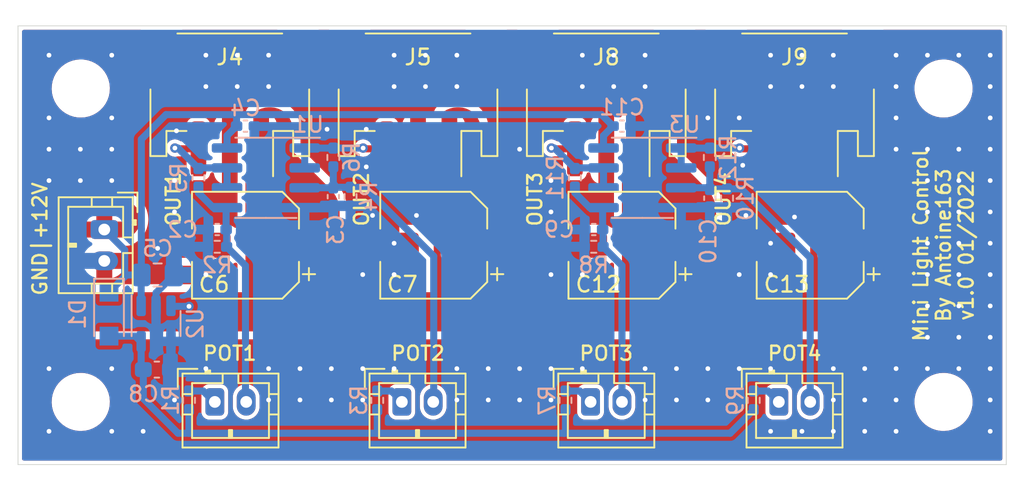
<source format=kicad_pcb>
(kicad_pcb (version 20211014) (generator pcbnew)
  (title_block (title "Mini Light Control") (date "2022-01-04") (rev "v1.0") (company "Antoine163"))
  (layers (0 "F.Cu" signal) (31 "B.Cu" signal) (34 "B.Paste" user) (35 "F.Paste" user) (36 "B.SilkS" user "B.Silkscreen") (37 "F.SilkS" user "F.Silkscreen") (38 "B.Mask" user) (39 "F.Mask" user) (44 "Edge.Cuts" user))
  (net 0 "")
  (net 1 "GND")
  (net 2 "Net-(C2-Pad1)")
  (net 3 "Net-(C3-Pad1)")
  (net 4 "Net-(C9-Pad1)")
  (net 5 "Net-(C10-Pad1)")
  (net 6 "+12V")
  (net 7 "Net-(R1-Pad1)")
  (net 8 "Net-(R3-Pad1)")
  (net 9 "Net-(J4-Pad3)")
  (net 10 "Net-(J5-Pad3)")
  (net 11 "Net-(R7-Pad1)")
  (net 12 "Net-(R9-Pad1)")
  (net 13 "Net-(J8-Pad3)")
  (net 14 "Net-(J9-Pad3)")
  (net 15 "+5V")
  (footprint "Capacitor_SMD:CP_Elec_6.3x7.7" (layer "F.Cu") (at 139 49 180)
    (fp_text reference "C12" (at 1.5 -2.5) (layer "F.SilkS"))
    (fp_text value "100uF")
    (pad "1" smd roundrect locked (at -2.7 0 180) (size 3.5 1.6) (layers "F.Cu" "F.Paste" "F.Mask") (roundrect_rratio 0.15625) (net 6 "+12V"))
    (pad "2" smd roundrect locked (at 2.7 0 180) (size 3.5 1.6) (layers "F.Cu" "F.Paste" "F.Mask") (roundrect_rratio 0.15625) (net 1 "GND"))
  )
  (footprint "Capacitor_SMD:CP_Elec_6.3x7.7" (layer "F.Cu") (at 151 49 180)
    (fp_text reference "C13" (at 1.5 -2.5) (layer "F.SilkS"))
    (fp_text value "100uF")
    (pad "1" smd roundrect locked (at -2.7 0 180) (size 3.5 1.6) (layers "F.Cu" "F.Paste" "F.Mask") (roundrect_rratio 0.15625) (net 6 "+12V"))
    (pad "2" smd roundrect locked (at 2.7 0 180) (size 3.5 1.6) (layers "F.Cu" "F.Paste" "F.Mask") (roundrect_rratio 0.15625) (net 1 "GND"))
  )
  (footprint "Connector_JST:JST_PH_B2B-PH-K_1x02_P2.00mm_Vertical" (layer "F.Cu") (at 149 59)
    (fp_text reference "J7" hide)
    (fp_text value "Conn_01x02")
    (pad "1" thru_hole roundrect locked (at 0 0) (size 1.2 1.75) (drill 0.75) (layers *.Cu *.Mask) (roundrect_rratio 0.2083333333) (net 12 "Net-(R9-Pad1)"))
    (pad "2" thru_hole oval locked (at 2 0) (size 1.2 1.75) (drill 0.75) (layers *.Cu *.Mask) (net 5 "Net-(C10-Pad1)"))
  )
  (footprint "MountingHole:MountingHole_3.2mm_M3" (layer "F.Cu") (at 159.5 59)
    (fp_text reference "H1" hide)
    (fp_text value "MountingHole")
    (pad "" np_thru_hole circle locked (at 0 0) (size 3.2 3.2) (drill 3.2) (layers *.Cu *.Mask))
  )
  (footprint "MountingHole:MountingHole_3.2mm_M3" (layer "F.Cu") (at 159.5 39)
    (fp_text reference "H4" hide)
    (fp_text value "MountingHole")
    (pad "" np_thru_hole circle locked (at 0 0) (size 3.2 3.2) (drill 3.2) (layers *.Cu *.Mask))
  )
  (footprint "Connector_JST:JST_PH_B2B-PH-K_1x02_P2.00mm_Vertical" (layer "F.Cu") (at 124.968 59)
    (fp_text reference "J3" hide)
    (fp_text value "Conn_01x02")
    (pad "1" thru_hole roundrect locked (at 0 0) (size 1.2 1.75) (drill 0.75) (layers *.Cu *.Mask) (roundrect_rratio 0.2083333333) (net 8 "Net-(R3-Pad1)"))
    (pad "2" thru_hole oval locked (at 2 0) (size 1.2 1.75) (drill 0.75) (layers *.Cu *.Mask) (net 3 "Net-(C3-Pad1)"))
  )
  (footprint "Capacitor_SMD:CP_Elec_6.3x7.7" (layer "F.Cu") (at 127 49 180)
    (fp_text reference "C7" (at 2 -2.5) (layer "F.SilkS"))
    (fp_text value "100uF")
    (pad "1" smd roundrect locked (at -2.7 0 180) (size 3.5 1.6) (layers "F.Cu" "F.Paste" "F.Mask") (roundrect_rratio 0.15625) (net 6 "+12V"))
    (pad "2" smd roundrect locked (at 2.7 0 180) (size 3.5 1.6) (layers "F.Cu" "F.Paste" "F.Mask") (roundrect_rratio 0.15625) (net 1 "GND"))
  )
  (footprint "MountingHole:MountingHole_3.2mm_M3" (layer "F.Cu") (at 104.5 39)
    (fp_text reference "H3" hide)
    (fp_text value "MountingHole")
    (pad "" np_thru_hole circle locked (at 0 0) (size 3.2 3.2) (drill 3.2) (layers *.Cu *.Mask))
  )
  (footprint "Connector_JST:JST_PH_S3B-PH-SM4-TB_1x03-1MP_P2.00mm_Horizontal" (layer "F.Cu") (at 114 40 180)
    (fp_text reference "J4" (at 0 3) (layer "F.SilkS"))
    (fp_text value "Conn_01x03")
    (pad "1" smd roundrect locked (at -2 -2.85 180) (size 1 3.5) (layers "F.Cu" "F.Paste" "F.Mask") (net 6 "+12V"))
    (pad "2" smd roundrect locked (at 0 -2.85 180) (size 1 3.5) (layers "F.Cu" "F.Paste" "F.Mask") (net 1 "GND"))
    (pad "3" smd roundrect locked (at 2 -2.85 180) (size 1 3.5) (layers "F.Cu" "F.Paste" "F.Mask") (net 9 "Net-(J4-Pad3)"))
    (pad "MP" smd roundrect locked (at 4.35 2.9 180) (size 1.5 3.4) (layers "F.Cu" "F.Paste" "F.Mask") (roundrect_rratio 0.1666673333) (net 1 "GND"))
    (pad "MP" smd roundrect locked (at -4.35 2.9 180) (size 1.5 3.4) (layers "F.Cu" "F.Paste" "F.Mask") (roundrect_rratio 0.1666673333) (net 1 "GND"))
  )
  (footprint "Connector_JST:JST_PH_B2B-PH-K_1x02_P2.00mm_Vertical" (layer "F.Cu") (at 137 59)
    (fp_text reference "J6" hide)
    (fp_text value "Conn_01x02")
    (pad "1" thru_hole roundrect locked (at 0 0) (size 1.2 1.75) (drill 0.75) (layers *.Cu *.Mask) (roundrect_rratio 0.2083333333) (net 11 "Net-(R7-Pad1)"))
    (pad "2" thru_hole oval locked (at 2 0) (size 1.2 1.75) (drill 0.75) (layers *.Cu *.Mask) (net 4 "Net-(C9-Pad1)"))
  )
  (footprint "Connector_JST:JST_PH_B2B-PH-K_1x02_P2.00mm_Vertical" (layer "F.Cu") (at 113.046 59)
    (fp_text reference "J2" hide)
    (fp_text value "Conn_01x02")
    (pad "1" thru_hole roundrect locked (at 0 0) (size 1.2 1.75) (drill 0.75) (layers *.Cu *.Mask) (roundrect_rratio 0.2083333333) (net 7 "Net-(R1-Pad1)"))
    (pad "2" thru_hole oval locked (at 2 0) (size 1.2 1.75) (drill 0.75) (layers *.Cu *.Mask) (net 2 "Net-(C2-Pad1)"))
  )
  (footprint "Capacitor_SMD:CP_Elec_6.3x7.7" (layer "F.Cu") (at 115 49 180)
    (fp_text reference "C6" (at 2 -2.5) (layer "F.SilkS"))
    (fp_text value "100uF")
    (pad "1" smd roundrect locked (at -2.7 0 180) (size 3.5 1.6) (layers "F.Cu" "F.Paste" "F.Mask") (roundrect_rratio 0.15625) (net 6 "+12V"))
    (pad "2" smd roundrect locked (at 2.7 0 180) (size 3.5 1.6) (layers "F.Cu" "F.Paste" "F.Mask") (roundrect_rratio 0.15625) (net 1 "GND"))
  )
  (footprint "Connector_JST:JST_PH_S3B-PH-SM4-TB_1x03-1MP_P2.00mm_Horizontal" (layer "F.Cu") (at 138 40 180)
    (fp_text reference "J8" (at 0 3) (layer "F.SilkS"))
    (fp_text value "Conn_01x03")
    (pad "1" smd roundrect locked (at -2 -2.85 180) (size 1 3.5) (layers "F.Cu" "F.Paste" "F.Mask") (net 6 "+12V"))
    (pad "2" smd roundrect locked (at 0 -2.85 180) (size 1 3.5) (layers "F.Cu" "F.Paste" "F.Mask") (net 1 "GND"))
    (pad "3" smd roundrect locked (at 2 -2.85 180) (size 1 3.5) (layers "F.Cu" "F.Paste" "F.Mask") (net 13 "Net-(J8-Pad3)"))
    (pad "MP" smd roundrect locked (at 4.35 2.9 180) (size 1.5 3.4) (layers "F.Cu" "F.Paste" "F.Mask") (roundrect_rratio 0.1666673333) (net 1 "GND"))
    (pad "MP" smd roundrect locked (at -4.35 2.9 180) (size 1.5 3.4) (layers "F.Cu" "F.Paste" "F.Mask") (roundrect_rratio 0.1666673333) (net 1 "GND"))
  )
  (footprint "MountingHole:MountingHole_3.2mm_M3" (layer "F.Cu") (at 104.5 59)
    (fp_text reference "H2" hide)
    (fp_text value "MountingHole")
    (pad "" np_thru_hole circle locked (at 0 0) (size 3.2 3.2) (drill 3.2) (layers *.Cu *.Mask))
  )
  (footprint "Connector_JST:JST_PH_B2B-PH-K_1x02_P2.00mm_Vertical" (layer "F.Cu") (at 106 48 -90)
    (fp_text reference "J1" hide)
    (fp_text value "Conn_01x02")
    (pad "1" thru_hole roundrect locked (at 0 0 270) (size 1.2 1.75) (drill 0.75) (layers *.Cu *.Mask) (roundrect_rratio 0.2083333333) (net 6 "+12V"))
    (pad "2" thru_hole oval locked (at 2 0 270) (size 1.2 1.75) (drill 0.75) (layers *.Cu *.Mask) (net 1 "GND"))
  )
  (footprint "Connector_JST:JST_PH_S3B-PH-SM4-TB_1x03-1MP_P2.00mm_Horizontal" (layer "F.Cu") (at 150 40 180)
    (fp_text reference "J9" (at 0 3) (layer "F.SilkS"))
    (fp_text value "Conn_01x03")
    (pad "1" smd roundrect locked (at -2 -2.85 180) (size 1 3.5) (layers "F.Cu" "F.Paste" "F.Mask") (net 6 "+12V"))
    (pad "2" smd roundrect locked (at 0 -2.85 180) (size 1 3.5) (layers "F.Cu" "F.Paste" "F.Mask") (net 1 "GND"))
    (pad "3" smd roundrect locked (at 2 -2.85 180) (size 1 3.5) (layers "F.Cu" "F.Paste" "F.Mask") (net 14 "Net-(J9-Pad3)"))
    (pad "MP" smd roundrect locked (at -4.35 2.9 180) (size 1.5 3.4) (layers "F.Cu" "F.Paste" "F.Mask") (roundrect_rratio 0.1666673333) (net 1 "GND"))
    (pad "MP" smd roundrect locked (at 4.35 2.9 180) (size 1.5 3.4) (layers "F.Cu" "F.Paste" "F.Mask") (roundrect_rratio 0.1666673333) (net 1 "GND"))
  )
  (footprint "Connector_JST:JST_PH_S3B-PH-SM4-TB_1x03-1MP_P2.00mm_Horizontal" (layer "F.Cu") (at 126 40 180)
    (fp_text reference "J5" (at 0 3) (layer "F.SilkS"))
    (fp_text value "Conn_01x03")
    (pad "1" smd roundrect locked (at -2 -2.85 180) (size 1 3.5) (layers "F.Cu" "F.Paste" "F.Mask") (net 6 "+12V"))
    (pad "2" smd roundrect locked (at 0 -2.85 180) (size 1 3.5) (layers "F.Cu" "F.Paste" "F.Mask") (net 1 "GND"))
    (pad "3" smd roundrect locked (at 2 -2.85 180) (size 1 3.5) (layers "F.Cu" "F.Paste" "F.Mask") (net 10 "Net-(J5-Pad3)"))
    (pad "MP" smd roundrect locked (at -4.35 2.9 180) (size 1.5 3.4) (layers "F.Cu" "F.Paste" "F.Mask") (roundrect_rratio 0.1666673333) (net 1 "GND"))
    (pad "MP" smd roundrect locked (at 4.35 2.9 180) (size 1.5 3.4) (layers "F.Cu" "F.Paste" "F.Mask") (roundrect_rratio 0.1666673333) (net 1 "GND"))
  )
  (footprint "Package_SO:SOIC-8_3.9x4.9mm_P1.27mm" (layer "B.Cu") (at 140.3 44.7 180)
    (fp_text reference "U3" (at -2.7 3.4) (layer "B.SilkS") (effects (justify mirror)))
    (fp_text value "LM2904DT")
    (pad "1" smd roundrect locked (at -2.475 1.905 180) (size 1.95 0.6) (layers "B.Cu" "B.Paste" "B.Mask") (net 14 "Net-(J9-Pad3)"))
    (pad "2" smd roundrect locked (at -2.475 0.635 180) (size 1.95 0.6) (layers "B.Cu" "B.Paste" "B.Mask") (net 14 "Net-(J9-Pad3)"))
    (pad "3" smd roundrect locked (at -2.475 -0.635 180) (size 1.95 0.6) (layers "B.Cu" "B.Paste" "B.Mask") (net 5 "Net-(C10-Pad1)"))
    (pad "4" smd roundrect locked (at -2.475 -1.905 180) (size 1.95 0.6) (layers "B.Cu" "B.Paste" "B.Mask") (net 1 "GND"))
    (pad "5" smd roundrect locked (at 2.475 -1.905 180) (size 1.95 0.6) (layers "B.Cu" "B.Paste" "B.Mask") (net 4 "Net-(C9-Pad1)"))
    (pad "6" smd roundrect locked (at 2.475 -0.635 180) (size 1.95 0.6) (layers "B.Cu" "B.Paste" "B.Mask") (net 13 "Net-(J8-Pad3)"))
    (pad "7" smd roundrect locked (at 2.475 0.635 180) (size 1.95 0.6) (layers "B.Cu" "B.Paste" "B.Mask") (net 13 "Net-(J8-Pad3)"))
    (pad "8" smd roundrect locked (at 2.475 1.905 180) (size 1.95 0.6) (layers "B.Cu" "B.Paste" "B.Mask") (net 6 "+12V"))
  )
  (footprint "Resistor_SMD:R_0402_1005Metric_Pad0.72x0.64mm_HandSolder" (layer "B.Cu") (at 121.7 45.9 90)
    (fp_text reference "R4" (at 0 1.17 90) (layer "B.SilkS") (effects (justify mirror)))
    (fp_text value "3K")
    (pad "1" smd roundrect locked (at -0.5975 0 90) (size 0.715 0.64) (layers "B.Cu" "B.Paste" "B.Mask") (net 1 "GND"))
    (pad "2" smd roundrect locked (at 0.5975 0 90) (size 0.715 0.64) (layers "B.Cu" "B.Paste" "B.Mask") (net 3 "Net-(C3-Pad1)"))
  )
  (footprint "Resistor_SMD:R_0402_1005Metric_Pad0.72x0.64mm_HandSolder" (layer "B.Cu") (at 111.4 58.9 -90)
    (fp_text reference "R1" (at 0 1.17 90) (layer "B.SilkS") (effects (justify mirror)))
    (fp_text value "3K")
    (pad "1" smd roundrect locked (at -0.5975 0 270) (size 0.715 0.64) (layers "B.Cu" "B.Paste" "B.Mask") (net 7 "Net-(R1-Pad1)"))
    (pad "2" smd roundrect locked (at 0.5975 0 270) (size 0.715 0.64) (layers "B.Cu" "B.Paste" "B.Mask") (net 15 "+5V"))
  )
  (footprint "Resistor_SMD:R_0402_1005Metric_Pad0.72x0.64mm_HandSolder" (layer "B.Cu") (at 135.4 58.9 -90)
    (fp_text reference "R7" (at 0 1.17 90) (layer "B.SilkS") (effects (justify mirror)))
    (fp_text value "3K")
    (pad "1" smd roundrect locked (at -0.5975 0 270) (size 0.715 0.64) (layers "B.Cu" "B.Paste" "B.Mask") (net 11 "Net-(R7-Pad1)"))
    (pad "2" smd roundrect locked (at 0.5975 0 270) (size 0.715 0.64) (layers "B.Cu" "B.Paste" "B.Mask") (net 15 "+5V"))
  )
  (footprint "Resistor_SMD:R_0402_1005Metric_Pad0.72x0.64mm_HandSolder" (layer "B.Cu") (at 137.2 49.1)
    (fp_text reference "R8" (at 0 1.17) (layer "B.SilkS") (effects (justify mirror)))
    (fp_text value "3K")
    (pad "1" smd roundrect locked (at -0.5975 0) (size 0.715 0.64) (layers "B.Cu" "B.Paste" "B.Mask") (net 1 "GND"))
    (pad "2" smd roundrect locked (at 0.5975 0) (size 0.715 0.64) (layers "B.Cu" "B.Paste" "B.Mask") (net 4 "Net-(C9-Pad1)"))
  )
  (footprint "Resistor_SMD:R_0402_1005Metric_Pad0.72x0.64mm_HandSolder" (layer "B.Cu") (at 145.7 46 90)
    (fp_text reference "R10" (at 0 1.17 90) (layer "B.SilkS") (effects (justify mirror)))
    (fp_text value "3K")
    (pad "1" smd roundrect locked (at -0.5975 0 90) (size 0.715 0.64) (layers "B.Cu" "B.Paste" "B.Mask") (net 1 "GND"))
    (pad "2" smd roundrect locked (at 0.5975 0 90) (size 0.715 0.64) (layers "B.Cu" "B.Paste" "B.Mask") (net 5 "Net-(C10-Pad1)"))
  )
  (footprint "Resistor_SMD:R_0402_1005Metric_Pad0.72x0.64mm_HandSolder" (layer "B.Cu") (at 120.6 43.4 90)
    (fp_text reference "R6" (at 0 1.17 90) (layer "B.SilkS") (effects (justify mirror)))
    (fp_text value "nc")
    (pad "1" smd roundrect locked (at -0.5975 0 90) (size 0.715 0.64) (layers "B.Cu" "B.Paste" "B.Mask") (net 3 "Net-(C3-Pad1)"))
    (pad "2" smd roundrect locked (at 0.5975 0 90) (size 0.715 0.64) (layers "B.Cu" "B.Paste" "B.Mask") (net 10 "Net-(J5-Pad3)"))
  )
  (footprint "Capacitor_SMD:C_0402_1005Metric_Pad0.74x0.62mm_HandSolder" (layer "B.Cu") (at 144.6 46 -90)
    (fp_text reference "C10" (at 2.75 0.1 90) (layer "B.SilkS") (effects (justify mirror)))
    (fp_text value "100nF")
    (pad "1" smd roundrect locked (at -0.5675 0 270) (size 0.735 0.62) (layers "B.Cu" "B.Paste" "B.Mask") (net 5 "Net-(C10-Pad1)"))
    (pad "2" smd roundrect locked (at 0.5675 0 270) (size 0.735 0.62) (layers "B.Cu" "B.Paste" "B.Mask") (net 1 "GND"))
  )
  (footprint "Capacitor_SMD:C_0402_1005Metric_Pad0.74x0.62mm_HandSolder" (layer "B.Cu") (at 139 41.4)
    (fp_text reference "C11" (at 0 -1.2) (layer "B.SilkS") (effects (justify mirror)))
    (fp_text value "100nF")
    (pad "1" smd roundrect locked (at -0.5675 0) (size 0.735 0.62) (layers "B.Cu" "B.Paste" "B.Mask") (net 6 "+12V"))
    (pad "2" smd roundrect locked (at 0.5675 0) (size 0.735 0.62) (layers "B.Cu" "B.Paste" "B.Mask") (net 1 "GND"))
  )
  (footprint "Capacitor_SMD:C_0402_1005Metric_Pad0.74x0.62mm_HandSolder" (layer "B.Cu") (at 137.2 48 180)
    (fp_text reference "C9" (at 2.2 0) (layer "B.SilkS") (effects (justify mirror)))
    (fp_text value "100nF")
    (pad "1" smd roundrect locked (at -0.5675 0 180) (size 0.735 0.62) (layers "B.Cu" "B.Paste" "B.Mask") (net 4 "Net-(C9-Pad1)"))
    (pad "2" smd roundrect locked (at 0.5675 0 180) (size 0.735 0.62) (layers "B.Cu" "B.Paste" "B.Mask") (net 1 "GND"))
  )
  (footprint "Capacitor_SMD:C_0603_1608Metric_Pad1.08x0.95mm_HandSolder" (layer "B.Cu") (at 109.350002 56.937501)
    (fp_text reference "C8" (at -0.850002 1.562499) (layer "B.SilkS") (effects (justify mirror)))
    (fp_text value "1uF")
    (pad "1" smd roundrect locked (at -0.8625 0) (size 1.075 0.95) (layers "B.Cu" "B.Paste" "B.Mask") (net 15 "+5V"))
    (pad "2" smd roundrect locked (at 0.8625 0) (size 1.075 0.95) (layers "B.Cu" "B.Paste" "B.Mask") (net 1 "GND"))
  )
  (footprint "Capacitor_SMD:C_0402_1005Metric_Pad0.74x0.62mm_HandSolder" (layer "B.Cu") (at 120.6 45.9 -90)
    (fp_text reference "C3" (at 2.1 -0.15 90) (layer "B.SilkS") (effects (justify mirror)))
    (fp_text value "100nF")
    (pad "1" smd roundrect locked (at -0.5675 0 270) (size 0.735 0.62) (layers "B.Cu" "B.Paste" "B.Mask") (net 3 "Net-(C3-Pad1)"))
    (pad "2" smd roundrect locked (at 0.5675 0 270) (size 0.735 0.62) (layers "B.Cu" "B.Paste" "B.Mask") (net 1 "GND"))
  )
  (footprint "Resistor_SMD:R_0402_1005Metric_Pad0.72x0.64mm_HandSolder" (layer "B.Cu") (at 136 44.7 90)
    (fp_text reference "R11" (at 0 -1.25 90) (layer "B.SilkS") (effects (justify mirror)))
    (fp_text value "nc")
    (pad "1" smd roundrect locked (at -0.5975 0 90) (size 0.715 0.64) (layers "B.Cu" "B.Paste" "B.Mask") (net 4 "Net-(C9-Pad1)"))
    (pad "2" smd roundrect locked (at 0.5975 0 90) (size 0.715 0.64) (layers "B.Cu" "B.Paste" "B.Mask") (net 13 "Net-(J8-Pad3)"))
  )
  (footprint "Capacitor_SMD:C_0402_1005Metric_Pad0.74x0.62mm_HandSolder" (layer "B.Cu") (at 115 41.4)
    (fp_text reference "C4" (at 0 -1.15) (layer "B.SilkS") (effects (justify mirror)))
    (fp_text value "100nF")
    (pad "1" smd roundrect locked (at -0.5675 0) (size 0.735 0.62) (layers "B.Cu" "B.Paste" "B.Mask") (net 6 "+12V"))
    (pad "2" smd roundrect locked (at 0.5675 0) (size 0.735 0.62) (layers "B.Cu" "B.Paste" "B.Mask") (net 1 "GND"))
  )
  (footprint "Package_SO:SOIC-8_3.9x4.9mm_P1.27mm" (layer "B.Cu") (at 116.3 44.7 180)
    (fp_text reference "U1" (at -2.7 3.4) (layer "B.SilkS") (effects (justify mirror)))
    (fp_text value "LM2904DT")
    (pad "1" smd roundrect locked (at -2.475 1.905 180) (size 1.95 0.6) (layers "B.Cu" "B.Paste" "B.Mask") (net 10 "Net-(J5-Pad3)"))
    (pad "2" smd roundrect locked (at -2.475 0.635 180) (size 1.95 0.6) (layers "B.Cu" "B.Paste" "B.Mask") (net 10 "Net-(J5-Pad3)"))
    (pad "3" smd roundrect locked (at -2.475 -0.635 180) (size 1.95 0.6) (layers "B.Cu" "B.Paste" "B.Mask") (net 3 "Net-(C3-Pad1)"))
    (pad "4" smd roundrect locked (at -2.475 -1.905 180) (size 1.95 0.6) (layers "B.Cu" "B.Paste" "B.Mask") (net 1 "GND"))
    (pad "5" smd roundrect locked (at 2.475 -1.905 180) (size 1.95 0.6) (layers "B.Cu" "B.Paste" "B.Mask") (net 2 "Net-(C2-Pad1)"))
    (pad "6" smd roundrect locked (at 2.475 -0.635 180) (size 1.95 0.6) (layers "B.Cu" "B.Paste" "B.Mask") (net 9 "Net-(J4-Pad3)"))
    (pad "7" smd roundrect locked (at 2.475 0.635 180) (size 1.95 0.6) (layers "B.Cu" "B.Paste" "B.Mask") (net 9 "Net-(J4-Pad3)"))
    (pad "8" smd roundrect locked (at 2.475 1.905 180) (size 1.95 0.6) (layers "B.Cu" "B.Paste" "B.Mask") (net 6 "+12V"))
  )
  (footprint "Resistor_SMD:R_0402_1005Metric_Pad0.72x0.64mm_HandSolder" (layer "B.Cu") (at 144.6 43.4 90)
    (fp_text reference "R12" (at 0 1.17 90) (layer "B.SilkS") (effects (justify mirror)))
    (fp_text value "nc")
    (pad "1" smd roundrect locked (at -0.5975 0 90) (size 0.715 0.64) (layers "B.Cu" "B.Paste" "B.Mask") (net 5 "Net-(C10-Pad1)"))
    (pad "2" smd roundrect locked (at 0.5975 0 90) (size 0.715 0.64) (layers "B.Cu" "B.Paste" "B.Mask") (net 14 "Net-(J9-Pad3)"))
  )
  (footprint "Resistor_SMD:R_0402_1005Metric_Pad0.72x0.64mm_HandSolder" (layer "B.Cu") (at 113.2 49.1)
    (fp_text reference "R2" (at 0 1.17) (layer "B.SilkS") (effects (justify mirror)))
    (fp_text value "3K")
    (pad "1" smd roundrect locked (at -0.5975 0) (size 0.715 0.64) (layers "B.Cu" "B.Paste" "B.Mask") (net 1 "GND"))
    (pad "2" smd roundrect locked (at 0.5975 0) (size 0.715 0.64) (layers "B.Cu" "B.Paste" "B.Mask") (net 2 "Net-(C2-Pad1)"))
  )
  (footprint "Resistor_SMD:R_0402_1005Metric_Pad0.72x0.64mm_HandSolder" (layer "B.Cu") (at 123.4 58.9 -90)
    (fp_text reference "R3" (at 0 1.17 90) (layer "B.SilkS") (effects (justify mirror)))
    (fp_text value "3K")
    (pad "1" smd roundrect locked (at -0.5975 0 270) (size 0.715 0.64) (layers "B.Cu" "B.Paste" "B.Mask") (net 8 "Net-(R3-Pad1)"))
    (pad "2" smd roundrect locked (at 0.5975 0 270) (size 0.715 0.64) (layers "B.Cu" "B.Paste" "B.Mask") (net 15 "+5V"))
  )
  (footprint "Resistor_SMD:R_0402_1005Metric_Pad0.72x0.64mm_HandSolder" (layer "B.Cu") (at 147.4 58.9 -90)
    (fp_text reference "R9" (at 0 1.17 90) (layer "B.SilkS") (effects (justify mirror)))
    (fp_text value "3K")
    (pad "1" smd roundrect locked (at -0.5975 0 270) (size 0.715 0.64) (layers "B.Cu" "B.Paste" "B.Mask") (net 12 "Net-(R9-Pad1)"))
    (pad "2" smd roundrect locked (at 0.5975 0 270) (size 0.715 0.64) (layers "B.Cu" "B.Paste" "B.Mask") (net 15 "+5V"))
  )
  (footprint "Package_TO_SOT_SMD:SOT-23-5" (layer "B.Cu") (at 109.3 54 -90)
    (fp_text reference "U2" (at 0 -2.5 90) (layer "B.SilkS") (effects (justify mirror)))
    (fp_text value "LDK320M50R")
    (pad "1" smd roundrect locked (at -1.1375 0.95 270) (size 1.325 0.6) (layers "B.Cu" "B.Paste" "B.Mask") (net 6 "+12V"))
    (pad "2" smd roundrect locked (at -1.1375 0 270) (size 1.325 0.6) (layers "B.Cu" "B.Paste" "B.Mask") (net 1 "GND"))
    (pad "3" smd roundrect locked (at -1.1375 -0.95 270) (size 1.325 0.6) (layers "B.Cu" "B.Paste" "B.Mask") (net 6 "+12V"))
    (pad "4" smd roundrect locked (at 1.1375 -0.95 270) (size 1.325 0.6) (layers "B.Cu" "B.Paste" "B.Mask") (net 1 "GND") (thermal_gap 0.2))
    (pad "5" smd roundrect locked (at 1.1375 0.95 270) (size 1.325 0.6) (layers "B.Cu" "B.Paste" "B.Mask") (net 15 "+5V"))
  )
  (footprint "Capacitor_SMD:C_0402_1005Metric_Pad0.74x0.62mm_HandSolder" (layer "B.Cu") (at 113.2 48 180)
    (fp_text reference "C2" (at 2.2 0) (layer "B.SilkS") (effects (justify mirror)))
    (fp_text value "100nF")
    (pad "1" smd roundrect locked (at -0.5675 0 180) (size 0.735 0.62) (layers "B.Cu" "B.Paste" "B.Mask") (net 2 "Net-(C2-Pad1)"))
    (pad "2" smd roundrect locked (at 0.5675 0 180) (size 0.735 0.62) (layers "B.Cu" "B.Paste" "B.Mask") (net 1 "GND"))
  )
  (footprint "Capacitor_SMD:C_0805_2012Metric_Pad1.18x1.45mm_HandSolder" (layer "B.Cu") (at 109.4 50.9)
    (fp_text reference "C5" (at 0 -1.687501) (layer "B.SilkS") (effects (justify mirror)))
    (fp_text value "10uF")
    (pad "1" smd roundrect locked (at -1.0375 0) (size 1.175 1.45) (layers "B.Cu" "B.Paste" "B.Mask") (roundrect_rratio 0.2127659574) (net 6 "+12V"))
    (pad "2" smd roundrect locked (at 1.0375 0) (size 1.175 1.45) (layers "B.Cu" "B.Paste" "B.Mask") (roundrect_rratio 0.2127659574) (net 1 "GND"))
  )
  (footprint "Diode_SMD:Nexperia_CFP3_SOD-123W" (layer "B.Cu") (at 106.3 53.4 -90)
    (fp_text reference "D1" (at 0 2 90) (layer "B.SilkS") (effects (justify mirror)))
    (fp_text value "PMEG40T10ERX")
    (pad "1" smd rect locked (at -1.4 0 270) (size 1.2 1.2) (layers "B.Cu" "B.Paste" "B.Mask") (net 6 "+12V"))
    (pad "2" smd rect locked (at 1.4 0 270) (size 1.2 1.2) (layers "B.Cu" "B.Paste" "B.Mask") (net 15 "+5V"))
  )
  (footprint "Resistor_SMD:R_0402_1005Metric_Pad0.72x0.64mm_HandSolder" (layer "B.Cu") (at 112 44.7 90)
    (fp_text reference "R5" (at 0 -1.25 90) (layer "B.SilkS") (effects (justify mirror)))
    (fp_text value "nc")
    (pad "1" smd roundrect locked (at -0.5975 0 90) (size 0.715 0.64) (layers "B.Cu" "B.Paste" "B.Mask") (net 2 "Net-(C2-Pad1)"))
    (pad "2" smd roundrect locked (at 0.5975 0 90) (size 0.715 0.64) (layers "B.Cu" "B.Paste" "B.Mask") (net 9 "Net-(J4-Pad3)"))
  )
  (gr_line (start 163.5 35) (end 163.5 63) (layer "Edge.Cuts") (width 0.05))
  (gr_line (start 163.5 63) (end 100.5 63) (layer "Edge.Cuts") (width 0.05))
  (gr_line (start 100.5 35) (end 163.5 35) (layer "Edge.Cuts") (width 0.05))
  (gr_line (start 100.5 63) (end 100.5 35) (layer "Edge.Cuts") (width 0.05))
  (gr_text "POT1" (at 114 55.9) (layer "F.SilkS") (effects (font (size 0.9 0.9) (thickness 0.153))))
  (gr_text "OUT2" (at 122.4 44.25 90) (layer "F.SilkS") (effects (font (size 0.9 0.9) (thickness 0.153)) (justify right)))
  (gr_text "GND|+12V" (at 101.9 48.6 90) (layer "F.SilkS") (effects (font (size 0.9 0.9) (thickness 0.153))))
  (gr_text "POT3" (at 138 55.9) (layer "F.SilkS") (effects (font (size 0.9 0.9) (thickness 0.153))))
  (gr_text "POT2" (at 126 55.9) (layer "F.SilkS") (effects (font (size 0.9 0.9) (thickness 0.153))))
  (gr_text "OUT4" (at 145.45 44.25 90) (layer "F.SilkS") (effects (font (size 0.9 0.9) (thickness 0.153)) (justify right)))
  (gr_text "POT4" (at 150 55.9) (layer "F.SilkS") (effects (font (size 0.9 0.9) (thickness 0.153))))
  (gr_text "OUT3" (at 133.45 44.25 90) (layer "F.SilkS") (effects (font (size 0.9 0.9) (thickness 0.153)) (justify right)))
  (gr_text "Mini Light Control\nBy Antoine163\nv1.0 01/2022" (at 159.5 49 90) (layer "F.SilkS") (effects (font (size 0.9 0.9) (thickness 0.153))))
  (gr_text "OUT1" (at 110.4 44.25 90) (layer "F.SilkS") (effects (font (size 0.9 0.9) (thickness 0.153)) (justify right)))
  (via (at 106.475 40.875) (size 0.6) (drill 0.3) (layers "F.Cu" "B.Cu") (net 1))
  (via (at 116.475 36.875) (size 0.6) (drill 0.3) (layers "F.Cu" "B.Cu") (net 1))
  (via (at 136.475 36.875) (size 0.6) (drill 0.3) (layers "F.Cu" "B.Cu") (net 1))
  (via (at 136.475 50.875) (size 0.6) (drill 0.3) (layers "F.Cu" "B.Cu") (net 1))
  (via (at 146.475 56.875) (size 0.6) (drill 0.3) (layers "F.Cu" "B.Cu") (net 1))
  (via (at 122.475 50.875) (size 0.6) (drill 0.3) (layers "F.Cu" "B.Cu") (net 1))
  (via (at 102.475 44.875) (size 0.6) (drill 0.3) (layers "F.Cu" "B.Cu") (net 1))
  (via (at 140.475 56.875) (size 0.6) (drill 0.3) (layers "F.Cu" "B.Cu") (net 1))
  (via (at 122.475 56.875) (size 0.6) (drill 0.3) (layers "F.Cu" "B.Cu") (net 1))
  (via (at 125.9 47.1) (size 0.6) (drill 0.3) (layers "F.Cu" "B.Cu") (net 1))
  (via (at 128.475 56.875) (size 0.6) (drill 0.3) (layers "F.Cu" "B.Cu") (net 1))
  (via (at 116.475 56.875) (size 0.6) (drill 0.3) (layers "F.Cu" "B.Cu") (net 1))
  (via (at 114.475 38.875) (size 0.6) (drill 0.3) (layers "F.Cu" "B.Cu") (net 1))
  (via (at 108.475 60.875) (size 0.6) (drill 0.3) (layers "F.Cu" "B.Cu") (net 1))
  (via (at 132.475 56.875) (size 0.6) (drill 0.3) (layers "F.Cu" "B.Cu") (net 1))
  (via (at 109.4 49.2) (size 0.6) (drill 0.3) (layers "F.Cu" "B.Cu") (net 1))
  (via (at 160.475 56.875) (size 0.6) (drill 0.3) (layers "F.Cu" "B.Cu") (net 1))
  (via (at 162.475 36.875) (size 0.6) (drill 0.3) (layers "F.Cu" "B.Cu") (net 1))
  (via (at 102.475 56.875) (size 0.6) (drill 0.3) (layers "F.Cu" "B.Cu") (net 1))
  (via (at 160.475 54.875) (size 0.6) (drill 0.3) (layers "F.Cu" "B.Cu") (net 1))
  (via (at 132.475 58.875) (size 0.6) (drill 0.3) (layers "F.Cu" "B.Cu") (net 1))
  (via (at 124.475 56.875) (size 0.6) (drill 0.3) (layers "F.Cu" "B.Cu") (net 1))
  (via (at 128.475 58.875) (size 0.6) (drill 0.3) (layers "F.Cu" "B.Cu") (net 1))
  (via (at 102.475 60.875) (size 0.6) (drill 0.3) (layers "F.Cu" "B.Cu") (net 1))
  (via (at 130.475 56.875) (size 0.6) (drill 0.3) (layers "F.Cu" "B.Cu") (net 1))
  (via (at 162.475 58.875) (size 0.6) (drill 0.3) (layers "F.Cu" "B.Cu") (net 1))
  (via (at 110.475 44.875) (size 0.6) (drill 0.3) (layers "F.Cu" "B.Cu") (net 1))
  (via (at 148.475 36.875) (size 0.6) (drill 0.3) (layers "F.Cu" "B.Cu") (net 1))
  (via (at 106.475 42.875) (size 0.6) (drill 0.3) (layers "F.Cu" "B.Cu") (net 1))
  (via (at 104.475 42.875) (size 0.6) (drill 0.3) (layers "F.Cu" "B.Cu") (net 1))
  (via (at 148.475 38.875) (size 0.6) (drill 0.3) (layers "F.Cu" "B.Cu") (net 1))
  (via (at 162.475 48.875) (size 0.6) (drill 0.3) (layers "F.Cu" "B.Cu") (net 1))
  (via (at 152.475 58.875) (size 0.6) (drill 0.3) (layers "F.Cu" "B.Cu") (net 1))
  (via (at 162.475 38.875) (size 0.6) (drill 0.3) (layers "F.Cu" "B.Cu") (net 1))
  (via (at 156.475 42.875) (size 0.6) (drill 0.3) (layers "F.Cu" "B.Cu") (net 1))
  (via (at 112.475 56.875) (size 0.6) (drill 0.3) (layers "F.Cu" "B.Cu") (net 1))
  (via (at 160.475 52.875) (size 0.6) (drill 0.3) (layers "F.Cu" "B.Cu") (net 1))
  (via (at 102.475 40.875) (size 0.6) (drill 0.3) (layers "F.Cu" "B.Cu") (net 1))
  (via (at 156.475 56.875) (size 0.6) (drill 0.3) (layers "F.Cu" "B.Cu") (net 1))
  (via (at 156.475 38.875) (size 0.6) (drill 0.3) (layers "F.Cu" "B.Cu") (net 1))
  (via (at 122.7 41.6) (size 0.6) (drill 0.3) (layers "F.Cu" "B.Cu") (net 1))
  (via (at 162.475 46.875) (size 0.6) (drill 0.3) (layers "F.Cu" "B.Cu") (net 1))
  (via (at 162.475 54.875) (size 0.6) (drill 0.3) (layers "F.Cu" "B.Cu") (net 1))
  (via (at 126.475 38.875) (size 0.6) (drill 0.3) (layers "F.Cu" "B.Cu") (net 1))
  (via (at 140.475 58.875) (size 0.6) (drill 0.3) (layers "F.Cu" "B.Cu") (net 1))
  (via (at 158.475 48.875) (size 0.6) (drill 0.3) (layers "F.Cu" "B.Cu") (net 1))
  (via (at 148.475 50.875) (size 0.6) (drill 0.3) (layers "F.Cu" "B.Cu") (net 1))
  (via (at 134.475 56.875) (size 0.6) (drill 0.3) (layers "F.Cu" "B.Cu") (net 1))
  (via (at 130.475 58.875) (size 0.6) (drill 0.3) (layers "F.Cu" "B.Cu") (net 1))
  (via (at 160.475 50.875) (size 0.6) (drill 0.3) (layers "F.Cu" "B.Cu") (net 1))
  (via (at 152.475 38.875) (size 0.6) (drill 0.3) (layers "F.Cu" "B.Cu") (net 1))
  (via (at 162.475 40.875) (size 0.6) (drill 0.3) (layers "F.Cu" "B.Cu") (net 1))
  (via (at 142.475 58.875) (size 0.6) (drill 0.3) (layers "F.Cu" "B.Cu") (net 1))
  (via (at 158.475 46.875) (size 0.6) (drill 0.3) (layers "F.Cu" "B.Cu") (net 1))
  (via (at 120.2 41.6) (size 0.6) (drill 0.3) (layers "F.Cu" "B.Cu") (net 1))
  (via (at 162.475 56.875) (size 0.6) (drill 0.3) (layers "F.Cu" "B.Cu") (net 1))
  (via (at 122.475 58.875) (size 0.6) (drill 0.3) (layers "F.Cu" "B.Cu") (net 1))
  (via (at 154.475 60.875) (size 0.6) (drill 0.3) (layers "F.Cu" "B.Cu") (net 1))
  (via (at 150 47.2) (size 0.6) (drill 0.3) (layers "F.Cu" "B.Cu") (net 1))
  (via (at 162.475 60.875) (size 0.6) (drill 0.3) (layers "F.Cu" "B.Cu") (net 1))
  (via (at 106.475 56.875) (size 0.6) (drill 0.3) (layers "F.Cu" "B.Cu") (net 1))
  (via (at 140.475 38.875) (size 0.6) (drill 0.3) (layers "F.Cu" "B.Cu") (net 1))
  (via (at 136.475 56.875) (size 0.6) (drill 0.3) (layers "F.Cu" "B.Cu") (net 1))
  (via (at 112.475 36.875) (size 0.6) (drill 0.3) (layers "F.Cu" "B.Cu") (net 1))
  (via (at 112.475 38.875) (size 0.6) (drill 0.3) (layers "F.Cu" "B.Cu") (net 1))
  (via (at 146.475 50.875) (size 0.6) (drill 0.3) (layers "F.Cu" "B.Cu") (net 1))
  (via (at 146.7 43.9) (size 0.6) (drill 0.3) (layers "F.Cu" "B.Cu") (net 1))
  (via (at 158.475 42.875) (size 0.6) (drill 0.3) (layers "F.Cu" "B.Cu") (net 1))
  (via (at 158.475 56.875) (size 0.6) (drill 0.3) (layers "F.Cu" "B.Cu") (net 1))
  (via (at 160.475 46.875) (size 0.6) (drill 0.3) (layers "F.Cu" "B.Cu") (net 1))
  (via (at 124.475 48.875) (size 0.6) (drill 0.3) (layers "F.Cu" "B.Cu") (net 1))
  (via (at 140.475 36.875) (size 0.6) (drill 0.3) (layers "F.Cu" "B.Cu") (net 1))
  (via (at 154.475 58.875) (size 0.6) (drill 0.3) (layers "F.Cu" "B.Cu") (net 1))
  (via (at 138.475 38.875) (size 0.6) (drill 0.3) (layers "F.Cu" "B.Cu") (net 1))
  (via (at 120.475 58.875) (size 0.6) (drill 0.3) (layers "F.Cu" "B.Cu") (net 1))
  (via (at 152.475 56.875) (size 0.6) (drill 0.3) (layers "F.Cu" "B.Cu") (net 1))
  (via (at 116.475 58.875) (size 0.6) (drill 0.3) (layers "F.Cu" "B.Cu") (net 1))
  (via (at 123.1 47.1) (size 0.6) (drill 0.3) (layers "F.Cu" "B.Cu") (net 1))
  (via (at 120.475 56.875) (size 0.6) (drill 0.3) (layers "F.Cu" "B.Cu") (net 1))
  (via (at 110.6 41.7) (size 0.6) (drill 0.3) (layers "F.Cu" "B.Cu") (net 1))
  (via (at 124.475 38.875) (size 0.6) (drill 0.3) (layers "F.Cu" "B.Cu") (net 1))
  (via (at 118.475 56.875) (size 0.6) (drill 0.3) (layers "F.Cu" "B.Cu") (net 1))
  (via (at 138.475 36.875) (size 0.6) (drill 0.3) (layers "F.Cu" "B.Cu") (net 1))
  (via (at 124.475 36.875) (size 0.6) (drill 0.3) (layers "F.Cu" "B.Cu") (net 1))
  (via (at 150.475 60.875) (size 0.6) (drill 0.3) (layers "F.Cu" "B.Cu") (net 1))
  (via (at 144.475 56.875) (size 0.6) (drill 0.3) (layers "F.Cu" "B.Cu") (net 1))
  (via (at 106.475 60.875) (size 0.6) (drill 0.3) (layers "F.Cu" "B.Cu") (net 1))
  (via (at 128.475 36.875) (size 0.6) (drill 0.3) (layers "F.Cu" "B.Cu") (net 1))
  (via (at 156.475 60.875) (size 0.6) (drill 0.3) (layers "F.Cu" "B.Cu") (net 1))
  (via (at 110.475 46.875) (size 0.6) (drill 0.3) (layers "F.Cu" "B.Cu") (net 1))
  (via (at 148.475 56.875) (size 0.6) (drill 0.3) (layers "F.Cu" "B.Cu") (net 1))
  (via (at 162.475 52.875) (size 0.6) (drill 0.3) (layers "F.Cu" "B.Cu") (net 1))
  (via (at 116.475 38.875) (size 0.6) (drill 0.3) (layers "F.Cu" "B.Cu") (net 1))
  (via (at 134.475 50.875) (size 0.6) (drill 0.3) (layers "F.Cu" "B.Cu") (net 1))
  (via (at 144.475 58.875) (size 0.6) (drill 0.3) (layers "F.Cu" "B.Cu") (net 1))
  (via (at 114.475 36.875) (size 0.6) (drill 0.3) (layers "F.Cu" "B.Cu") (net 1))
  (via (at 118.475 58.875) (size 0.6) (drill 0.3) (layers "F.Cu" "B.Cu") (net 1))
  (via (at 160.475 44.875) (size 0.6) (drill 0.3) (layers "F.Cu" "B.Cu") (net 1))
  (via (at 122.7 44) (size 0.6) (drill 0.3) (layers "F.Cu" "B.Cu") (net 1))
  (via (at 162.475 42.875) (size 0.6) (drill 0.3) (layers "F.Cu" "B.Cu") (net 1))
  (via (at 112.475 50.875) (size 0.6) (drill 0.3) (layers "F.Cu" "B.Cu") (net 1))
  (via (at 102.475 36.875) (size 0.6) (drill 0.3) (layers "F.Cu" "B.Cu") (net 1))
  (via (at 160.475 48.875) (size 0.6) (drill 0.3) (layers "F.Cu" "B.Cu") (net 1))
  (via (at 146.475 40.875) (size 0.6) (drill 0.3) (layers "F.Cu" "B.Cu") (net 1))
  (via (at 128.475 38.875) (size 0.6) (drill 0.3) (layers "F.Cu" "B.Cu") (net 1))
  (via (at 104.475 44.875) (size 0.6) (drill 0.3) (layers "F.Cu" "B.Cu") (net 1))
  (via (at 110.475 58.875) (size 0.6) (drill 0.3) (layers "F.Cu" "B.Cu") (net 1))
  (via (at 134.475 44.875) (size 0.6) (drill 0.3) (layers "F.Cu" "B.Cu") (net 1))
  (via (at 152.475 36.875) (size 0.6) (drill 0.3) (layers "F.Cu" "B.Cu") (net 1))
  (via (at 136.475 38.875) (size 0.6) (drill 0.3) (layers "F.Cu" "B.Cu") (net 1))
  (via (at 160.475 42.875) (size 0.6) (drill 0.3) (layers "F.Cu" "B.Cu") (net 1))
  (via (at 148.475 48.875) (size 0.6) (drill 0.3) (layers "F.Cu" "B.Cu") (net 1))
  (via (at 158.475 52.875) (size 0.6) (drill 0.3) (layers "F.Cu" "B.Cu") (net 1))
  (via (at 106.475 36.875) (size 0.6) (drill 0.3) (layers "F.Cu" "B.Cu") (net 1))
  (via (at 162.475 50.875) (size 0.6) (drill 0.3) (layers "F.Cu" "B.Cu") (net 1))
  (via (at 134.475 46.875) (size 0.6) (drill 0.3) (layers "F.Cu" "B.Cu") (net 1))
  (via (at 124.475 50.875) (size 0.6) (drill 0.3) (layers "F.Cu" "B.Cu") (net 1))
  (via (at 158.475 44.875) (size 0.6) (drill 0.3) (layers "F.Cu" "B.Cu") (net 1))
  (via (at 102.475 42.875) (size 0.6) (drill 0.3) (layers "F.Cu" "B.Cu") (net 1))
  (via (at 146.9 47.1) (size 0.6) (drill 0.3) (layers "F.Cu" "B.Cu") (net 1))
  (via (at 148.475 60.875) (size 0.6) (drill 0.3) (layers "F.Cu" "B.Cu") (net 1))
  (via (at 156.475 58.875) (size 0.6) (drill 0.3) (layers "F.Cu" "B.Cu") (net 1))
  (via (at 144.475 40.875) (size 0.6) (drill 0.3) (layers "F.Cu" "B.Cu") (net 1))
  (via (at 142.475 56.875) (size 0.6) (drill 0.3) (layers "F.Cu" "B.Cu") (net 1))
  (via (at 106.475 44.875) (size 0.6) (drill 0.3) (layers "F.Cu" "B.Cu") (net 1))
  (via (at 132.475 42.875) (size 0.6) (drill 0.3) (layers "F.Cu" "B.Cu") (net 1))
  (via (at 158.475 54.875) (size 0.6) (drill 0.3) (layers "F.Cu" "B.Cu") (net 1))
  (via (at 160.475 36.875) (size 0.6) (drill 0.3) (layers "F.Cu" "B.Cu") (net 1))
  (via (at 162.475 44.875) (size 0.6) (drill 0.3) (layers "F.Cu" "B.Cu") (net 1))
  (via (at 156.475 40.875) (size 0.6) (drill 0.3) (layers "F.Cu" "B.Cu") (net 1))
  (via (at 134.475 58.875) (size 0.6) (drill 0.3) (layers "F.Cu" "B.Cu") (net 1))
  (via (at 150.475 38.875) (size 0.6) (drill 0.3) (layers "F.Cu" "B.Cu") (net 1))
  (via (at 158.475 50.875) (size 0.6) (drill 0.3) (layers "F.Cu" "B.Cu") (net 1))
  (via (at 154.475 56.875) (size 0.6) (drill 0.3) (layers "F.Cu" "B.Cu") (net 1))
  (via (at 152.475 60.875) (size 0.6) (drill 0.3) (layers "F.Cu" "B.Cu") (net 1))
  (via (at 126.475 36.875) (size 0.6) (drill 0.3) (layers "F.Cu" "B.Cu") (net 1))
  (via (at 150.475 36.875) (size 0.6) (drill 0.3) (layers "F.Cu" "B.Cu") (net 1))
  (via (at 156.475 36.875) (size 0.6) (drill 0.3) (layers "F.Cu" "B.Cu") (net 1))
  (via (at 158.475 36.875) (size 0.6) (drill 0.3) (layers "F.Cu" "B.Cu") (net 1))
  (segment (start 109.3 52.9) (end 109.3 52.0375) (width 0.45) (layer "B.Cu") (net 1))
  (segment (start 109.3 52.0375) (end 110.4375 50.9) (width 0.45) (layer "B.Cu") (net 1))
  (segment (start 113.7675 48) (end 113.7675 46.6625) (width 0.45) (layer "B.Cu") (net 2))
  (segment (start 112 45.2975) (end 112 45.654999) (width 0.45) (layer "B.Cu") (net 2))
  (segment (start 112.950001 46.605) (end 113.825 46.605) (width 0.45) (layer "B.Cu") (net 2))
  (segment (start 115 50.3025) (end 113.7975 49.1) (width 0.45) (layer "B.Cu") (net 2))
  (segment (start 115 59) (end 115 50.3025) (width 0.45) (layer "B.Cu") (net 2))
  (segment (start 112 45.654999) (end 112.950001 46.605) (width 0.45) (layer "B.Cu") (net 2))
  (segment (start 113.7975 49.1) (end 113.7975 48.03) (width 0.45) (layer "B.Cu") (net 2))
  (segment (start 122.5975 45.3025) (end 121.7 45.3025) (width 0.45) (layer "B.Cu") (net 3))
  (segment (start 120.6 43.9975) (end 120.6 45.3325) (width 0.45) (layer "B.Cu") (net 3))
  (segment (start 122.6 45.3) (end 122.5975 45.3025) (width 0.45) (layer "B.Cu") (net 3))
  (segment (start 127 49.7) (end 122.6 45.3) (width 0.45) (layer "B.Cu") (net 3))
  (segment (start 121.7 45.3025) (end 120.63 45.3025) (width 0.45) (layer "B.Cu") (net 3))
  (segment (start 127 59) (end 127 49.7) (width 0.45) (layer "B.Cu") (net 3))
  (segment (start 118.775 45.335) (end 120.5975 45.335) (width 0.45) (layer "B.Cu") (net 3))
  (segment (start 136 45.2975) (end 136 45.654999) (width 0.45) (layer "B.Cu") (net 4))
  (segment (start 137.7975 49.1) (end 137.7975 48.03) (width 0.45) (layer "B.Cu") (net 4))
  (segment (start 137.7675 48) (end 137.7675 46.6625) (width 0.45) (layer "B.Cu") (net 4))
  (segment (start 139 50.3025) (end 137.7975 49.1) (width 0.45) (layer "B.Cu") (net 4))
  (segment (start 136.950001 46.605) (end 137.825 46.605) (width 0.45) (layer "B.Cu") (net 4))
  (segment (start 136 45.654999) (end 136.950001 46.605) (width 0.45) (layer "B.Cu") (net 4))
  (segment (start 139 59) (end 139 50.3025) (width 0.45) (layer "B.Cu") (net 4))
  (segment (start 145.7 45.4025) (end 144.63 45.4025) (width 0.45) (layer "B.Cu") (net 5))
  (segment (start 144.5025 45.335) (end 144.6 45.4325) (width 0.45) (layer "B.Cu") (net 5))
  (segment (start 146.6 45.4) (end 146.5975 45.4025) (width 0.45) (layer "B.Cu") (net 5))
  (segment (start 151 59) (end 151 49.8) (width 0.45) (layer "B.Cu") (net 5))
  (segment (start 142.775 45.335) (end 144.5025 45.335) (width 0.45) (layer "B.Cu") (net 5))
  (segment (start 151 49.8) (end 146.6 45.4) (width 0.45) (layer "B.Cu") (net 5))
  (segment (start 144.6 43.9975) (end 144.6 45.4325) (width 0.45) (layer "B.Cu") (net 5))
  (segment (start 146.5975 45.4025) (end 145.7 45.4025) (width 0.45) (layer "B.Cu") (net 5))
  (via (at 111.4 52.9) (size 0.6) (drill 0.3) (layers "F.Cu" "B.Cu") (net 6))
  (segment (start 137.825 42.795) (end 137.825 42.0075) (width 0.45) (layer "B.Cu") (net 6))
  (segment (start 114.46548 40.66548) (end 109.93452 40.66548) (width 0.45) (layer "B.Cu") (net 6))
  (segment (start 106 48) (end 107.29952 49.29952) (width 0.45) (layer "B.Cu") (net 6))
  (segment (start 114.4325 41.4) (end 114.4325 40.69846) (width 0.45) (layer "B.Cu") (net 6))
  (segment (start 108.3625 47.9625) (end 108.3625 50.9) (width 0.45) (layer "B.Cu") (net 6))
  (segment (start 107.4 50.9) (end 107.29952 51.00048) (width 0.45) (layer "B.Cu") (net 6))
  (segment (start 107.29952 49.29952) (end 107.29952 51.00048) (width 0.45) (layer "B.Cu") (net 6))
  (segment (start 137.69798 40.66548) (end 114.46548 40.66548) (width 0.45) (layer "B.Cu") (net 6))
  (segment (start 108.3625 42.2375) (end 108.3625 47.9625) (width 0.45) (layer "B.Cu") (net 6))
  (segment (start 137.825 42.0075) (end 138.4325 41.4) (width 0.45) (layer "B.Cu") (net 6))
  (segment (start 108.35 50.9125) (end 108.3625 50.9) (width 0.45) (layer "B.Cu") (net 6))
  (segment (start 110.3 52.9) (end 111.4 52.9) (width 0.45) (layer "B.Cu") (net 6))
  (segment (start 108.3625 50.9) (end 107.4 50.9) (width 0.45) (layer "B.Cu") (net 6))
  (segment (start 109.93452 40.66548) (end 108.3625 42.2375) (width 0.45) (layer "B.Cu") (net 6))
  (segment (start 114.4325 40.69846) (end 114.46548 40.66548) (width 0.45) (layer "B.Cu") (net 6))
  (segment (start 108.35 52.8625) (end 108.35 50.9125) (width 0.45) (layer "B.Cu") (net 6))
  (segment (start 138.4325 41.4) (end 137.69798 40.66548) (width 0.45) (layer "B.Cu") (net 6))
  (segment (start 107.29952 51.00048) (end 106.3 52) (width 0.45) (layer "B.Cu") (net 6))
  (segment (start 113.825 42.0075) (end 114.4325 41.4) (width 0.45) (layer "B.Cu") (net 6))
  (segment (start 113.825 42.795) (end 113.825 42.0075) (width 0.45) (layer "B.Cu") (net 6))
  (segment (start 111.4 58.3025) (end 112.3025 58.3025) (width 0.45) (layer "B.Cu") (net 7))
  (segment (start 112.3025 58.3025) (end 113 59) (width 0.45) (layer "B.Cu") (net 7))
  (segment (start 123.4 58.3025) (end 124.3025 58.3025) (width 0.45) (layer "B.Cu") (net 8))
  (segment (start 124.3025 58.3025) (end 125 59) (width 0.45) (layer "B.Cu") (net 8))
  (segment (start 110.55 42.85) (end 110.5 42.8) (width 0.45) (layer "F.Cu") (net 9))
  (segment (start 112 42.85) (end 110.55 42.85) (width 0.45) (layer "F.Cu") (net 9))
  (via (at 110.5 42.8) (size 0.6) (drill 0.3) (layers "F.Cu" "B.Cu") (net 9))
  (segment (start 113.825 45.335) (end 113.825 44.065) (width 0.45) (layer "B.Cu") (net 9))
  (segment (start 113.825 44.065) (end 112.0375 44.065) (width 0.45) (layer "B.Cu") (net 9))
  (segment (start 110.6975 42.8) (end 112 44.1025) (width 0.45) (layer "B.Cu") (net 9))
  (segment (start 110.5 42.8) (end 110.6975 42.8) (width 0.45) (layer "B.Cu") (net 9))
  (segment (start 122.55 42.85) (end 122.5 42.8) (width 0.45) (layer "F.Cu") (net 10))
  (segment (start 124 42.85) (end 122.55 42.85) (width 0.45) (layer "F.Cu") (net 10))
  (via (at 122.5 42.8) (size 0.6) (drill 0.3) (layers "F.Cu" "B.Cu") (net 10))
  (segment (start 118.775 42.795) (end 118.775 44.065) (width 0.45) (layer "B.Cu") (net 10))
  (segment (start 122.5 42.8) (end 120.6025 42.8) (width 0.45) (layer "B.Cu") (net 10))
  (segment (start 120.6 42.8025) (end 118.7825 42.8025) (width 0.45) (layer "B.Cu") (net 10))
  (segment (start 136.3025 58.3025) (end 137 59) (width 0.45) (layer "B.Cu") (net 11))
  (segment (start 135.4 58.3025) (end 136.3025 58.3025) (width 0.45) (layer "B.Cu") (net 11))
  (segment (start 147.4 58.3025) (end 148.3025 58.3025) (width 0.45) (layer "B.Cu") (net 12))
  (segment (start 148.3025 58.3025) (end 149 59) (width 0.45) (layer "B.Cu") (net 12))
  (segment (start 136 42.85) (end 134.55 42.85) (width 0.45) (layer "F.Cu") (net 13))
  (segment (start 134.55 42.85) (end 134.5 42.8) (width 0.45) (layer "F.Cu") (net 13))
  (via (at 134.5 42.8) (size 0.6) (drill 0.3) (layers "F.Cu" "B.Cu") (net 13))
  (segment (start 134.5 42.8) (end 134.6975 42.8) (width 0.45) (layer "B.Cu") (net 13))
  (segment (start 134.6975 42.8) (end 136 44.1025) (width 0.45) (layer "B.Cu") (net 13))
  (segment (start 137.825 44.065) (end 136.0375 44.065) (width 0.45) (layer "B.Cu") (net 13))
  (segment (start 137.825 44.065) (end 137.825 45.335) (width 0.45) (layer "B.Cu") (net 13))
  (segment (start 146.55 42.85) (end 146.5 42.8) (width 0.45) (layer "F.Cu") (net 14))
  (segment (start 148 42.85) (end 146.55 42.85) (width 0.45) (layer "F.Cu") (net 14))
  (via (at 146.5 42.8) (size 0.6) (drill 0.3) (layers "F.Cu" "B.Cu") (net 14))
  (segment (start 142.775 42.795) (end 142.775 44.065) (width 0.45) (layer "B.Cu") (net 14))
  (segment (start 146.5 42.8) (end 144.6025 42.8) (width 0.45) (layer "B.Cu") (net 14))
  (segment (start 144.6 42.8025) (end 142.7825 42.8025) (width 0.45) (layer "B.Cu") (net 14))
  (segment (start 111.4 61) (end 110.7 61) (width 0.45) (layer "B.Cu") (net 15))
  (segment (start 123.4 59.4975) (end 123.4 61) (width 0.45) (layer "B.Cu") (net 15))
  (segment (start 111.4 59.4975) (end 111.4 61) (width 0.45) (layer "B.Cu") (net 15))
  (segment (start 110.7 61) (end 108.487502 58.787502) (width 0.45) (layer "B.Cu") (net 15))
  (segment (start 145.8975 61) (end 147.4 59.4975) (width 0.45) (layer "B.Cu") (net 15))
  (segment (start 135.3 61) (end 145.8975 61) (width 0.45) (layer "B.Cu") (net 15))
  (segment (start 108.487502 58.787502) (end 108.487502 56.937501) (width 0.45) (layer "B.Cu") (net 15))
  (segment (start 111.4 61) (end 123.4 61) (width 0.45) (layer "B.Cu") (net 15))
  (segment (start 108.35 55.175) (end 108.35 56.799999) (width 0.45) (layer "B.Cu") (net 15))
  (segment (start 108.35 56.799999) (end 108.487502 56.937501) (width 0.45) (layer "B.Cu") (net 15))
  (segment (start 106.3 54.8) (end 107.975 54.8) (width 0.45) (layer "B.Cu") (net 15))
  (segment (start 123.4 61) (end 135.3 61) (width 0.45) (layer "B.Cu") (net 15))
  (segment (start 135.4 59.4975) (end 135.4 60.9) (width 0.45) (layer "B.Cu") (net 15))
  (segment (start 107.975 54.8) (end 108.35 55.175) (width 0.45) (layer "B.Cu") (net 15))
  (segment (start 135.4 60.9) (end 135.3 61) (width 0.45) (layer "B.Cu") (net 15))
  (zone (net 1) (net_name "GND") (layers F&B.Cu) (name "GND") (connect_pads (clearance 0.254)) (min_thickness 0.254) (fill yes (thermal_gap 0.508) (thermal_bridge_width 1.016))
    (polygon (pts (xy 163.5 63) (xy 100.5 63) (xy 100.5 35) (xy 163.5 35)))
  )
  (zone (net 6) (net_name "+12V") (layer "F.Cu") (name "+12V") (priority 1) (connect_pads (clearance 0.508)) (min_thickness 0.254) (fill yes (thermal_gap 0.501) (thermal_bridge_width 1.016) (smoothing fillet) (radius 2))
    (polygon (pts (xy 118 43) (xy 121 46) (xy 121 52) (xy 127 52) (xy 127 40.2) (xy 130 40.2) (xy 130 43) (xy 133 46) (xy 133 52) (xy 139 52) (xy 139 40.2) (xy 142 40.2) (xy 142 43) (xy 145 46) (xy 145 52) (xy 151 52) (xy 151 40.2) (xy 154 40.2) (xy 154 43) (xy 157 46) (xy 157 54.5) (xy 111 54.5) (xy 102.1 54.5) (xy 102.1 46.1) (xy 108.3 46.1) (xy 108.3 48.6) (xy 104.6 48.6) (xy 104.6 52) (xy 115 52) (xy 115 40.2) (xy 118 40.2)))
  )
)
</source>
